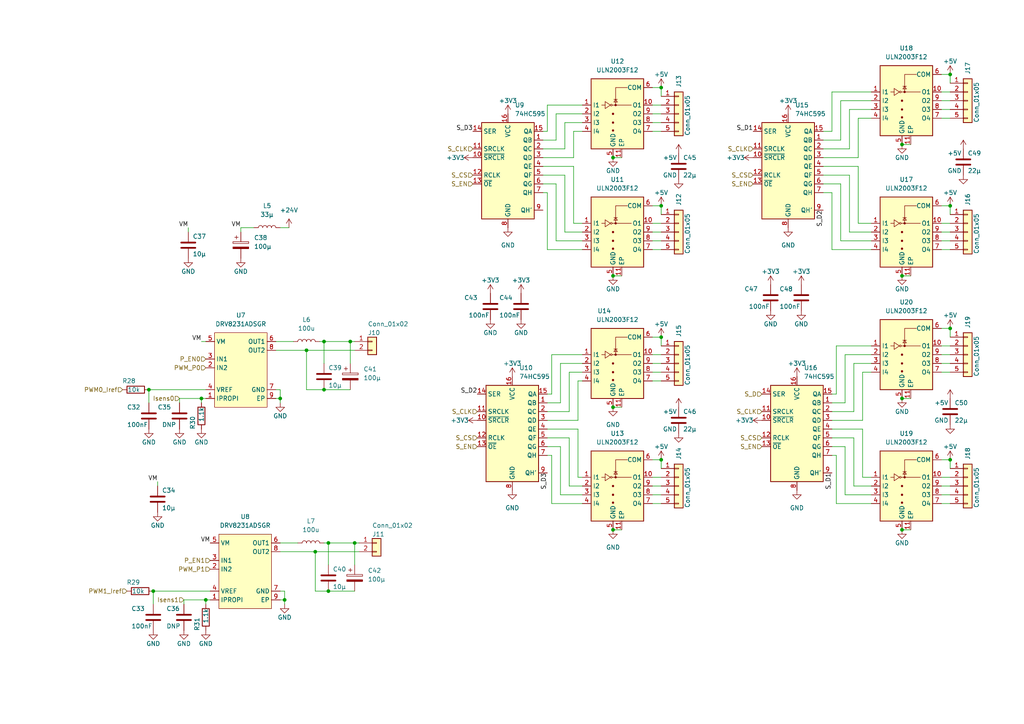
<source format=kicad_sch>
(kicad_sch (version 20211123) (generator eeschema)
  (paper "A4")
  (lib_symbols
    (symbol "74xx:74HC595"
      (property "Reference" "U" (at -7.62 13.97 0))
      (property "Value" "74HC595" (at -7.62 -16.51 0))
      (symbol "74HC595_1_0"
        (pin tri_state line (at 10.16 7.62 180) (length 2.54) (name "QB") (number "1"))
        (pin input line (at -10.16 2.54 0) (length 2.54) (name "~{SRCLR}") (number "10"))
        (pin input line (at -10.16 5.08 0) (length 2.54) (name "SRCLK") (number "11"))
        (pin input line (at -10.16 -2.54 0) (length 2.54) (name "RCLK") (number "12"))
        (pin input line (at -10.16 -5.08 0) (length 2.54) (name "~{OE}") (number "13"))
        (pin input line (at -10.16 10.16 0) (length 2.54) (name "SER") (number "14"))
        (pin tri_state line (at 10.16 10.16 180) (length 2.54) (name "QA") (number "15"))
        (pin power_in line (at 0 15.24 270) (length 2.54) (name "VCC") (number "16"))
        (pin tri_state line (at 10.16 5.08 180) (length 2.54) (name "QC") (number "2"))
        (pin tri_state line (at 10.16 2.54 180) (length 2.54) (name "QD") (number "3"))
        (pin tri_state line (at 10.16 0 180) (length 2.54) (name "QE") (number "4"))
        (pin tri_state line (at 10.16 -2.54 180) (length 2.54) (name "QF") (number "5"))
        (pin tri_state line (at 10.16 -5.08 180) (length 2.54) (name "QG") (number "6"))
        (pin tri_state line (at 10.16 -7.62 180) (length 2.54) (name "QH") (number "7"))
        (pin power_in line (at 0 -17.78 90) (length 2.54) (name "GND") (number "8"))
        (pin output line (at 10.16 -12.7 180) (length 2.54) (name "QH'") (number "9"))
      )
      (symbol "74HC595_1_1"
        (rectangle (start -7.62 12.7) (end 7.62 -15.24) (stroke (width 0.254)) (fill (type background)))
      )
    )
    (symbol "Bergi:DRV8231ADSGR"
      (property "Reference" "U" (at -6.35 3.81 0))
      (property "Value" "DRV8231ADSGR" (at 0 -20.32 0))
      (symbol "DRV8231ADSGR_0_1"
        (rectangle (start -7.62 2.54) (end 7.62 -19.05) (fill (type background)))
      )
      (symbol "DRV8231ADSGR_1_1"
        (pin unspecified line (at -10.16 -16.51 0) (length 2.54) (name "IPROPI") (number "1"))
        (pin unspecified line (at -10.16 -7.62 0) (length 2.54) (name "IN2") (number "2"))
        (pin unspecified line (at -10.16 -5.08 0) (length 2.54) (name "IN1") (number "3"))
        (pin unspecified line (at -10.16 -13.97 0) (length 2.54) (name "VREF") (number "4"))
        (pin unspecified line (at -10.16 0 0) (length 2.54) (name "VM") (number "5"))
        (pin unspecified line (at 10.16 0 180) (length 2.54) (name "OUT1") (number "6"))
        (pin unspecified line (at 10.16 -13.97 180) (length 2.54) (name "GND") (number "7"))
        (pin unspecified line (at 10.16 -2.54 180) (length 2.54) (name "OUT2") (number "8"))
        (pin unspecified line (at 10.16 -16.51 180) (length 2.54) (name "EP") (number "9"))
      )
    )
    (symbol "Bergi:ULN2003F12"
      (property "Reference" "U" (at -5.08 8.89 0))
      (property "Value" "ULN2003F12" (at 0 11.43 0))
      (symbol "ULN2003F12_0_1"
        (rectangle (start -6.35 7.62) (end 8.89 -12.7) (stroke (width 0.254)) (fill (type background)))
        (circle (center -0.508 0) (radius 0.254))
        (circle (center 0 -7.366) (radius 0.254) (fill (type outline)))
        (circle (center 0 -5.08) (radius 0.254) (fill (type outline)))
        (circle (center 0 -2.54) (radius 0.254) (fill (type outline)))
        (polyline (pts (xy -3.302 0) (xy -2.286 0)))
        (polyline (pts (xy -0.254 0) (xy 5.334 0)))
        (polyline (pts (xy 1.27 1.651) (xy 0.254 1.651)))
        (polyline (pts (xy 0.762 0) (xy 0.762 5.08) (xy 4.191 5.08)))
        (polyline (pts (xy -2.286 1.016) (xy -2.286 -1.016) (xy -0.762 0) (xy -2.286 1.016)))
        (polyline (pts (xy 1.27 0.889) (xy 0.254 0.889) (xy 0.762 1.651) (xy 1.27 0.889)))
        (circle (center 0.762 0) (radius 0.254) (fill (type outline)))
      )
      (symbol "ULN2003F12_1_1"
        (pin input line (at -8.89 0 0) (length 2.54) (name "I1") (number "1"))
        (pin open_collector line (at 11.43 0 180) (length 2.54) (name "O1") (number "10"))
        (pin power_in line (at 2.54 -15.24 90) (length 2.54) (name "EP") (number "11"))
        (pin input line (at -8.89 -2.54 0) (length 2.54) (name "I2") (number "2"))
        (pin input line (at -8.89 -5.08 0) (length 2.54) (name "I3") (number "3"))
        (pin input line (at -8.89 -7.62 0) (length 2.54) (name "I4") (number "4"))
        (pin power_in line (at 0 -15.24 90) (length 2.54) (name "GND") (number "5"))
        (pin passive line (at 11.43 5.08 180) (length 2.54) (name "COM") (number "6"))
        (pin open_collector line (at 11.43 -7.62 180) (length 2.54) (name "O4") (number "7"))
        (pin open_collector line (at 11.43 -5.08 180) (length 2.54) (name "O3") (number "8"))
        (pin open_collector line (at 11.43 -2.54 180) (length 2.54) (name "O2") (number "9"))
      )
    )
    (symbol "Connector_Generic:Conn_01x02" (pin_names (offset 1.016) hide)
      (property "Reference" "J" (at 0 2.54 0))
      (property "Value" "Conn_01x02" (at 0 -5.08 0))
      (symbol "Conn_01x02_1_1"
        (rectangle (start -1.27 -2.413) (end 0 -2.667) (stroke (width 0.1524)))
        (rectangle (start -1.27 0.127) (end 0 -0.127) (stroke (width 0.1524)))
        (rectangle (start -1.27 1.27) (end 1.27 -3.81) (stroke (width 0.254)) (fill (type background)))
        (pin passive line (at -5.08 0 0) (length 3.81) (name "Pin_1") (number "1"))
        (pin passive line (at -5.08 -2.54 0) (length 3.81) (name "Pin_2") (number "2"))
      )
    )
    (symbol "Connector_Generic:Conn_01x05" (pin_names (offset 1.016) hide)
      (property "Reference" "J" (at 0 7.62 0))
      (property "Value" "Conn_01x05" (at 0 -7.62 0))
      (symbol "Conn_01x05_1_1"
        (rectangle (start -1.27 -4.953) (end 0 -5.207) (stroke (width 0.1524)))
        (rectangle (start -1.27 -2.413) (end 0 -2.667) (stroke (width 0.1524)))
        (rectangle (start -1.27 0.127) (end 0 -0.127) (stroke (width 0.1524)))
        (rectangle (start -1.27 2.667) (end 0 2.413) (stroke (width 0.1524)))
        (rectangle (start -1.27 5.207) (end 0 4.953) (stroke (width 0.1524)))
        (rectangle (start -1.27 6.35) (end 1.27 -6.35) (stroke (width 0.254)) (fill (type background)))
        (pin passive line (at -5.08 5.08 0) (length 3.81) (name "Pin_1") (number "1"))
        (pin passive line (at -5.08 2.54 0) (length 3.81) (name "Pin_2") (number "2"))
        (pin passive line (at -5.08 0 0) (length 3.81) (name "Pin_3") (number "3"))
        (pin passive line (at -5.08 -2.54 0) (length 3.81) (name "Pin_4") (number "4"))
        (pin passive line (at -5.08 -5.08 0) (length 3.81) (name "Pin_5") (number "5"))
      )
    )
    (symbol "Device:C" (pin_numbers hide) (pin_names (offset 0.254))
      (property "Reference" "C" (at 0.635 2.54 0))
      (property "Value" "C" (at 0.635 -2.54 0))
      (symbol "C_0_1"
        (polyline (pts (xy -2.032 -0.762) (xy 2.032 -0.762)) (stroke (width 0.508)))
        (polyline (pts (xy -2.032 0.762) (xy 2.032 0.762)) (stroke (width 0.508)))
      )
      (symbol "C_1_1"
        (pin passive line (at 0 3.81 270) (length 2.794) (name "~") (number "1"))
        (pin passive line (at 0 -3.81 90) (length 2.794) (name "~") (number "2"))
      )
    )
    (symbol "Device:C_Polarized" (pin_numbers hide) (pin_names (offset 0.254))
      (property "Reference" "C" (at 0.635 2.54 0))
      (property "Value" "C_Polarized" (at 0.635 -2.54 0))
      (symbol "C_Polarized_0_1"
        (rectangle (start -2.286 0.508) (end 2.286 1.016))
        (polyline (pts (xy -1.778 2.286) (xy -0.762 2.286)))
        (polyline (pts (xy -1.27 2.794) (xy -1.27 1.778)))
        (rectangle (start 2.286 -0.508) (end -2.286 -1.016) (fill (type outline)))
      )
      (symbol "C_Polarized_1_1"
        (pin passive line (at 0 3.81 270) (length 2.794) (name "~") (number "1"))
        (pin passive line (at 0 -3.81 90) (length 2.794) (name "~") (number "2"))
      )
    )
    (symbol "Device:L" (pin_numbers hide) (pin_names (offset 1.016) hide)
      (property "Reference" "L" (at -1.27 0 90))
      (property "Value" "L" (at 1.905 0 90))
      (symbol "L_0_1"
        (arc (start 0 -2.54) (mid 0.635 -1.905) (end 0 -1.27))
        (arc (start 0 -1.27) (mid 0.635 -0.635) (end 0 0))
        (arc (start 0 0) (mid 0.635 0.635) (end 0 1.27))
        (arc (start 0 1.27) (mid 0.635 1.905) (end 0 2.54))
      )
      (symbol "L_1_1"
        (pin passive line (at 0 3.81 270) (length 1.27) (name "1") (number "1"))
        (pin passive line (at 0 -3.81 90) (length 1.27) (name "2") (number "2"))
      )
    )
    (symbol "Device:R" (pin_numbers hide) (pin_names (offset 0))
      (property "Reference" "R" (at 2.032 0 90))
      (property "Value" "R" (at 0 0 90))
      (symbol "R_0_1"
        (rectangle (start -1.016 -2.54) (end 1.016 2.54) (stroke (width 0.254)))
      )
      (symbol "R_1_1"
        (pin passive line (at 0 3.81 270) (length 1.27) (name "~") (number "1"))
        (pin passive line (at 0 -3.81 90) (length 1.27) (name "~") (number "2"))
      )
    )
    (symbol "power:+24V" (power) (pin_names (offset 0))
      (property "Value" "+24V" (at 0 3.556 0))
      (symbol "+24V_0_1"
        (polyline (pts (xy -0.762 1.27) (xy 0 2.54)))
        (polyline (pts (xy 0 0) (xy 0 2.54)))
        (polyline (pts (xy 0 2.54) (xy 0.762 1.27)))
      )
      (symbol "+24V_1_1"
        (pin power_in line (at 0 0 90) (length 0) hide (name "+24V") (number "1"))
      )
    )
    (symbol "power:+3V3" (power) (pin_names (offset 0))
      (property "Value" "+3V3" (at 0 3.556 0))
      (symbol "+3V3_0_1"
        (polyline (pts (xy -0.762 1.27) (xy 0 2.54)))
        (polyline (pts (xy 0 0) (xy 0 2.54)))
        (polyline (pts (xy 0 2.54) (xy 0.762 1.27)))
      )
      (symbol "+3V3_1_1"
        (pin power_in line (at 0 0 90) (length 0) hide (name "+3V3") (number "1"))
      )
    )
    (symbol "power:+5V" (power) (pin_names (offset 0))
      (property "Value" "+5V" (at 0 3.556 0))
      (symbol "+5V_0_1"
        (polyline (pts (xy -0.762 1.27) (xy 0 2.54)))
        (polyline (pts (xy 0 0) (xy 0 2.54)))
        (polyline (pts (xy 0 2.54) (xy 0.762 1.27)))
      )
      (symbol "+5V_1_1"
        (pin power_in line (at 0 0 90) (length 0) hide (name "+5V") (number "1"))
      )
    )
    (symbol "power:GND" (power) (pin_names (offset 0))
      (property "Value" "GND" (at 0 -3.81 0))
      (symbol "GND_0_1"
        (polyline (pts (xy 0 0) (xy 0 -1.27) (xy 1.27 -1.27) (xy 0 -2.54) (xy -1.27 -1.27) (xy 0 -1.27)))
      )
      (symbol "GND_1_1"
        (pin power_in line (at 0 0 270) (length 0) hide (name "GND") (number "1"))
      )
    )
  )
  (junction (at 93.98 113.03))
  (junction (at 261.62 80.01))
  (junction (at 191.77 97.79))
  (junction (at 275.59 133.35))
  (junction (at 95.25 171.45))
  (junction (at 261.62 153.67))
  (junction (at 275.59 59.69))
  (junction (at 88.9 101.6))
  (junction (at 177.8 153.67))
  (junction (at 101.6 99.06))
  (junction (at 177.8 45.72))
  (junction (at 43.18 113.03))
  (junction (at 261.62 115.57))
  (junction (at 58.42 115.57))
  (junction (at 44.45 171.45))
  (junction (at 82.55 173.99))
  (junction (at 59.69 173.99))
  (junction (at 102.87 157.48))
  (junction (at 275.59 95.25))
  (junction (at 177.8 80.01))
  (junction (at 177.8 118.11))
  (junction (at 191.77 59.69))
  (junction (at 81.28 115.57))
  (junction (at 93.98 99.06))
  (junction (at 95.25 157.48))
  (junction (at 91.44 160.02))
  (junction (at 191.77 25.4))
  (junction (at 261.62 41.91))
  (junction (at 191.77 133.35))
  (junction (at 275.59 21.59))
  (wire (pts (xy 275.59 97.79) (xy 275.59 95.25)))
  (wire (pts (xy 275.59 133.35) (xy 273.05 133.35)))
  (wire (pts (xy 59.69 175.26) (xy 59.69 173.99)))
  (wire (pts (xy 275.59 95.25) (xy 273.05 95.25)))
  (wire (pts (xy 273.05 31.75) (xy 275.59 31.75)))
  (wire (pts (xy 238.76 38.1) (xy 241.3 38.1)))
  (wire (pts (xy 102.87 157.48) (xy 104.14 157.48)))
  (wire (pts (xy 158.75 72.39) (xy 158.75 55.88)))
  (wire (pts (xy 58.42 99.06) (xy 59.69 99.06)))
  (wire (pts (xy 191.77 27.94) (xy 191.77 25.4)))
  (wire (pts (xy 191.77 100.33) (xy 191.77 97.79)))
  (wire (pts (xy 81.28 171.45) (xy 82.55 171.45)))
  (wire (pts (xy 245.11 143.51) (xy 245.11 129.54)))
  (wire (pts (xy 165.1 107.95) (xy 168.91 107.95)))
  (wire (pts (xy 273.05 67.31) (xy 275.59 67.31)))
  (wire (pts (xy 242.57 100.33) (xy 252.73 100.33)))
  (wire (pts (xy 168.91 146.05) (xy 160.02 146.05)))
  (wire (pts (xy 241.3 119.38) (xy 247.65 119.38)))
  (wire (pts (xy 168.91 143.51) (xy 162.56 143.51)))
  (wire (pts (xy 189.23 30.48) (xy 191.77 30.48)))
  (wire (pts (xy 165.1 140.97) (xy 165.1 127)))
  (wire (pts (xy 166.37 64.77) (xy 168.91 64.77)))
  (wire (pts (xy 273.05 138.43) (xy 275.59 138.43)))
  (wire (pts (xy 163.83 50.8) (xy 157.48 50.8)))
  (wire (pts (xy 166.37 48.26) (xy 166.37 64.77)))
  (wire (pts (xy 162.56 129.54) (xy 158.75 129.54)))
  (wire (pts (xy 161.29 53.34) (xy 157.48 53.34)))
  (wire (pts (xy 168.91 69.85) (xy 161.29 69.85)))
  (wire (pts (xy 82.55 175.26) (xy 82.55 173.99)))
  (wire (pts (xy 158.75 55.88) (xy 157.48 55.88)))
  (wire (pts (xy 167.64 110.49) (xy 167.64 121.92)))
  (wire (pts (xy 245.11 129.54) (xy 241.3 129.54)))
  (wire (pts (xy 191.77 62.23) (xy 191.77 59.69)))
  (wire (pts (xy 161.29 40.64) (xy 157.48 40.64)))
  (wire (pts (xy 261.62 115.57) (xy 264.16 115.57)))
  (wire (pts (xy 189.23 107.95) (xy 191.77 107.95)))
  (wire (pts (xy 189.23 110.49) (xy 191.77 110.49)))
  (wire (pts (xy 93.98 99.06) (xy 101.6 99.06)))
  (wire (pts (xy 238.76 40.64) (xy 243.84 40.64)))
  (wire (pts (xy 191.77 97.79) (xy 189.23 97.79)))
  (wire (pts (xy 189.23 138.43) (xy 191.77 138.43)))
  (wire (pts (xy 82.55 171.45) (xy 82.55 173.99)))
  (wire (pts (xy 161.29 33.02) (xy 161.29 40.64)))
  (wire (pts (xy 168.91 67.31) (xy 163.83 67.31)))
  (wire (pts (xy 189.23 105.41) (xy 191.77 105.41)))
  (wire (pts (xy 245.11 102.87) (xy 252.73 102.87)))
  (wire (pts (xy 252.73 143.51) (xy 245.11 143.51)))
  (wire (pts (xy 241.3 116.84) (xy 245.11 116.84)))
  (wire (pts (xy 81.28 115.57) (xy 80.01 115.57)))
  (wire (pts (xy 250.19 107.95) (xy 252.73 107.95)))
  (wire (pts (xy 166.37 38.1) (xy 166.37 45.72)))
  (wire (pts (xy 80.01 99.06) (xy 85.09 99.06)))
  (wire (pts (xy 45.72 139.7) (xy 45.72 140.97)))
  (wire (pts (xy 102.87 163.83) (xy 102.87 157.48)))
  (wire (pts (xy 177.8 45.72) (xy 180.34 45.72)))
  (wire (pts (xy 261.62 153.67) (xy 264.16 153.67)))
  (wire (pts (xy 243.84 40.64) (xy 243.84 29.21)))
  (wire (pts (xy 243.84 53.34) (xy 238.76 53.34)))
  (wire (pts (xy 166.37 45.72) (xy 157.48 45.72)))
  (wire (pts (xy 168.91 33.02) (xy 161.29 33.02)))
  (wire (pts (xy 88.9 101.6) (xy 80.01 101.6)))
  (wire (pts (xy 247.65 140.97) (xy 247.65 127)))
  (wire (pts (xy 177.8 80.01) (xy 180.34 80.01)))
  (wire (pts (xy 157.48 48.26) (xy 166.37 48.26)))
  (wire (pts (xy 81.28 113.03) (xy 81.28 115.57)))
  (wire (pts (xy 189.23 146.05) (xy 191.77 146.05)))
  (wire (pts (xy 162.56 105.41) (xy 162.56 116.84)))
  (wire (pts (xy 161.29 69.85) (xy 161.29 53.34)))
  (wire (pts (xy 248.92 48.26) (xy 238.76 48.26)))
  (wire (pts (xy 242.57 132.08) (xy 242.57 146.05)))
  (wire (pts (xy 93.98 113.03) (xy 88.9 113.03)))
  (wire (pts (xy 80.01 113.03) (xy 81.28 113.03)))
  (wire (pts (xy 81.28 66.04) (xy 83.82 66.04)))
  (wire (pts (xy 163.83 35.56) (xy 163.83 43.18)))
  (wire (pts (xy 168.91 110.49) (xy 167.64 110.49)))
  (wire (pts (xy 189.23 33.02) (xy 191.77 33.02)))
  (wire (pts (xy 168.91 140.97) (xy 165.1 140.97)))
  (wire (pts (xy 238.76 43.18) (xy 246.38 43.18)))
  (wire (pts (xy 160.02 102.87) (xy 168.91 102.87)))
  (wire (pts (xy 177.8 118.11) (xy 180.34 118.11)))
  (wire (pts (xy 95.25 171.45) (xy 91.44 171.45)))
  (wire (pts (xy 58.42 115.57) (xy 59.69 115.57)))
  (wire (pts (xy 189.23 67.31) (xy 191.77 67.31)))
  (wire (pts (xy 250.19 121.92) (xy 250.19 107.95)))
  (wire (pts (xy 189.23 72.39) (xy 191.77 72.39)))
  (wire (pts (xy 95.25 171.45) (xy 102.87 171.45)))
  (wire (pts (xy 241.3 55.88) (xy 238.76 55.88)))
  (wire (pts (xy 248.92 34.29) (xy 252.73 34.29)))
  (wire (pts (xy 189.23 38.1) (xy 191.77 38.1)))
  (wire (pts (xy 273.05 100.33) (xy 275.59 100.33)))
  (wire (pts (xy 246.38 67.31) (xy 246.38 50.8)))
  (wire (pts (xy 273.05 146.05) (xy 275.59 146.05)))
  (wire (pts (xy 273.05 64.77) (xy 275.59 64.77)))
  (wire (pts (xy 241.3 72.39) (xy 241.3 55.88)))
  (wire (pts (xy 252.73 140.97) (xy 247.65 140.97)))
  (wire (pts (xy 81.28 160.02) (xy 91.44 160.02)))
  (wire (pts (xy 168.91 38.1) (xy 166.37 38.1)))
  (wire (pts (xy 273.05 140.97) (xy 275.59 140.97)))
  (wire (pts (xy 91.44 171.45) (xy 91.44 160.02)))
  (wire (pts (xy 95.25 157.48) (xy 93.98 157.48)))
  (wire (pts (xy 73.66 66.04) (xy 69.85 66.04)))
  (wire (pts (xy 81.28 116.84) (xy 81.28 115.57)))
  (wire (pts (xy 273.05 29.21) (xy 275.59 29.21)))
  (wire (pts (xy 102.87 101.6) (xy 88.9 101.6)))
  (wire (pts (xy 261.62 41.91) (xy 264.16 41.91)))
  (wire (pts (xy 252.73 138.43) (xy 250.19 138.43)))
  (wire (pts (xy 250.19 124.46) (xy 241.3 124.46)))
  (wire (pts (xy 241.3 132.08) (xy 242.57 132.08)))
  (wire (pts (xy 101.6 113.03) (xy 93.98 113.03)))
  (wire (pts (xy 95.25 163.83) (xy 95.25 157.48)))
  (wire (pts (xy 177.8 153.67) (xy 180.34 153.67)))
  (wire (pts (xy 93.98 105.41) (xy 93.98 99.06)))
  (wire (pts (xy 246.38 50.8) (xy 238.76 50.8)))
  (wire (pts (xy 238.76 45.72) (xy 248.92 45.72)))
  (wire (pts (xy 168.91 72.39) (xy 158.75 72.39)))
  (wire (pts (xy 81.28 157.48) (xy 86.36 157.48)))
  (wire (pts (xy 95.25 157.48) (xy 102.87 157.48)))
  (wire (pts (xy 191.77 133.35) (xy 189.23 133.35)))
  (wire (pts (xy 44.45 175.26) (xy 44.45 171.45)))
  (wire (pts (xy 165.1 127) (xy 158.75 127)))
  (wire (pts (xy 189.23 102.87) (xy 191.77 102.87)))
  (wire (pts (xy 157.48 38.1) (xy 158.75 38.1)))
  (wire (pts (xy 273.05 69.85) (xy 275.59 69.85)))
  (wire (pts (xy 162.56 116.84) (xy 158.75 116.84)))
  (wire (pts (xy 53.34 173.99) (xy 59.69 173.99)))
  (wire (pts (xy 167.64 121.92) (xy 158.75 121.92)))
  (wire (pts (xy 248.92 64.77) (xy 248.92 48.26)))
  (wire (pts (xy 246.38 31.75) (xy 252.73 31.75)))
  (wire (pts (xy 273.05 72.39) (xy 275.59 72.39)))
  (wire (pts (xy 275.59 59.69) (xy 273.05 59.69)))
  (wire (pts (xy 273.05 105.41) (xy 275.59 105.41)))
  (wire (pts (xy 88.9 113.03) (xy 88.9 101.6)))
  (wire (pts (xy 158.75 30.48) (xy 168.91 30.48)))
  (wire (pts (xy 52.07 116.84) (xy 52.07 115.57)))
  (wire (pts (xy 58.42 116.84) (xy 58.42 115.57)))
  (wire (pts (xy 168.91 138.43) (xy 167.64 138.43)))
  (wire (pts (xy 53.34 175.26) (xy 53.34 173.99)))
  (wire (pts (xy 165.1 119.38) (xy 165.1 107.95)))
  (wire (pts (xy 273.05 34.29) (xy 275.59 34.29)))
  (wire (pts (xy 43.18 113.03) (xy 59.69 113.03)))
  (wire (pts (xy 82.55 173.99) (xy 81.28 173.99)))
  (wire (pts (xy 191.77 135.89) (xy 191.77 133.35)))
  (wire (pts (xy 246.38 43.18) (xy 246.38 31.75)))
  (wire (pts (xy 275.59 135.89) (xy 275.59 133.35)))
  (wire (pts (xy 241.3 38.1) (xy 241.3 26.67)))
  (wire (pts (xy 59.69 173.99) (xy 60.96 173.99)))
  (wire (pts (xy 189.23 140.97) (xy 191.77 140.97)))
  (wire (pts (xy 189.23 64.77) (xy 191.77 64.77)))
  (wire (pts (xy 245.11 116.84) (xy 245.11 102.87)))
  (wire (pts (xy 252.73 67.31) (xy 246.38 67.31)))
  (wire (pts (xy 241.3 114.3) (xy 242.57 114.3)))
  (wire (pts (xy 191.77 25.4) (xy 189.23 25.4)))
  (wire (pts (xy 248.92 45.72) (xy 248.92 34.29)))
  (wire (pts (xy 167.64 124.46) (xy 158.75 124.46)))
  (wire (pts (xy 273.05 102.87) (xy 275.59 102.87)))
  (wire (pts (xy 191.77 59.69) (xy 189.23 59.69)))
  (wire (pts (xy 243.84 69.85) (xy 243.84 53.34)))
  (wire (pts (xy 158.75 119.38) (xy 165.1 119.38)))
  (wire (pts (xy 275.59 62.23) (xy 275.59 59.69)))
  (wire (pts (xy 43.18 113.03) (xy 43.18 116.84)))
  (wire (pts (xy 275.59 21.59) (xy 273.05 21.59)))
  (wire (pts (xy 162.56 143.51) (xy 162.56 129.54)))
  (wire (pts (xy 189.23 35.56) (xy 191.77 35.56)))
  (wire (pts (xy 44.45 171.45) (xy 60.96 171.45)))
  (wire (pts (xy 158.75 114.3) (xy 160.02 114.3)))
  (wire (pts (xy 275.59 24.13) (xy 275.59 21.59)))
  (wire (pts (xy 189.23 143.51) (xy 191.77 143.51)))
  (wire (pts (xy 163.83 67.31) (xy 163.83 50.8)))
  (wire (pts (xy 91.44 160.02) (xy 104.14 160.02)))
  (wire (pts (xy 52.07 115.57) (xy 58.42 115.57)))
  (wire (pts (xy 247.65 119.38) (xy 247.65 105.41)))
  (wire (pts (xy 252.73 64.77) (xy 248.92 64.77)))
  (wire (pts (xy 160.02 114.3) (xy 160.02 102.87)))
  (wire (pts (xy 160.02 132.08) (xy 158.75 132.08)))
  (wire (pts (xy 189.23 69.85) (xy 191.77 69.85)))
  (wire (pts (xy 101.6 99.06) (xy 102.87 99.06)))
  (wire (pts (xy 242.57 114.3) (xy 242.57 100.33)))
  (wire (pts (xy 168.91 35.56) (xy 163.83 35.56)))
  (wire (pts (xy 158.75 38.1) (xy 158.75 30.48)))
  (wire (pts (xy 54.61 66.04) (xy 54.61 67.31)))
  (wire (pts (xy 93.98 99.06) (xy 92.71 99.06)))
  (wire (pts (xy 250.19 138.43) (xy 250.19 124.46)))
  (wire (pts (xy 160.02 146.05) (xy 160.02 132.08)))
  (wire (pts (xy 261.62 80.01) (xy 264.16 80.01)))
  (wire (pts (xy 252.73 69.85) (xy 243.84 69.85)))
  (wire (pts (xy 247.65 105.41) (xy 252.73 105.41)))
  (wire (pts (xy 69.85 66.04) (xy 69.85 67.31)))
  (wire (pts (xy 247.65 127) (xy 241.3 127)))
  (wire (pts (xy 241.3 121.92) (xy 250.19 121.92)))
  (wire (pts (xy 163.83 43.18) (xy 157.48 43.18)))
  (wire (pts (xy 243.84 29.21) (xy 252.73 29.21)))
  (wire (pts (xy 241.3 26.67) (xy 252.73 26.67)))
  (wire (pts (xy 273.05 107.95) (xy 275.59 107.95)))
  (wire (pts (xy 168.91 105.41) (xy 162.56 105.41)))
  (wire (pts (xy 273.05 143.51) (xy 275.59 143.51)))
  (wire (pts (xy 242.57 146.05) (xy 252.73 146.05)))
  (wire (pts (xy 101.6 105.41) (xy 101.6 99.06)))
  (wire (pts (xy 252.73 72.39) (xy 241.3 72.39)))
  (wire (pts (xy 273.05 26.67) (xy 275.59 26.67)))
  (wire (pts (xy 167.64 138.43) (xy 167.64 124.46)))
  (label "VM" (at 54.61 66.04 180))
  (label "S_D3" (at 137.16 38.1 180))
  (label "VM" (at 60.96 157.48 180))
  (label "S_D1" (at 218.44 38.1 180))
  (label "S_D3" (at 158.75 137.16 270))
  (label "VM" (at 58.42 99.06 180))
  (label "S_D2" (at 238.76 60.96 270))
  (label "VM" (at 45.72 139.7 180))
  (label "S_D1" (at 241.3 137.16 270))
  (label "VM" (at 69.85 66.04 180))
  (label "S_D2" (at 138.43 114.3 180))
  (hierarchical_label "S_D" (shape input) (at 220.98 114.3 180))
  (hierarchical_label "S_CS" (shape input) (at 220.98 127 180))
  (hierarchical_label "P_EN0" (shape input) (at 59.69 104.14 180))
  (hierarchical_label "P_EN1" (shape input) (at 60.96 162.56 180))
  (hierarchical_label "S_EN" (shape input) (at 138.43 129.54 180))
  (hierarchical_label "S_CS" (shape input) (at 137.16 50.8 180))
  (hierarchical_label "S_CS" (shape input) (at 218.44 50.8 180))
  (hierarchical_label "S_CLK" (shape input) (at 137.16 43.18 180))
  (hierarchical_label "PWM_P0" (shape input) (at 59.69 106.68 180))
  (hierarchical_label "S_CLK" (shape input) (at 220.98 119.38 180))
  (hierarchical_label "S_CS" (shape input) (at 138.43 127 180))
  (hierarchical_label "S_CLK" (shape input) (at 218.44 43.18 180))
  (hierarchical_label "Isens1" (shape input) (at 53.34 173.99 180))
  (hierarchical_label "S_CLK" (shape input) (at 138.43 119.38 180))
  (hierarchical_label "S_EN" (shape input) (at 137.16 53.34 180))
  (hierarchical_label "S_EN" (shape input) (at 220.98 129.54 180))
  (hierarchical_label "PWM_P1" (shape input) (at 60.96 165.1 180))
  (hierarchical_label "Isens0" (shape input) (at 52.07 115.57 180))
  (hierarchical_label "PWM0_Iref" (shape input) (at 35.56 113.03 180))
  (hierarchical_label "PWM1_Iref" (shape input) (at 36.83 171.45 180))
  (hierarchical_label "S_EN" (shape input) (at 218.44 53.34 180))
  (symbol (lib_id "power:GND") (at 177.8 80.01 0) (unit 1)
    (property "Reference" "#PWR0201" (effects hide))
    (property "Value" "GND" (at 177.8 83.82 0))
  )
  (symbol (lib_id "Bergi:ULN2003F12") (at 261.62 138.43 0) (unit 1)
    (property "Reference" "U19" (at 262.89 125.73 0))
    (property "Value" "ULN2003F12" (at 262.89 128.27 0))
    (property "Footprint" "Package_DFN_QFN:DFN-10-1EP_3x3mm_P0.5mm_EP1.7x2.5mm" (effects hide))
  )
  (symbol (lib_id "Device:C") (at 275.59 119.38 180) (unit 1)
    (property "Reference" "C50" (at 276.86 116.84 0) (effects (justify right)))
    (property "Value" "22µ" (at 276.86 121.92 0) (effects (justify right)))
    (property "Footprint" "Capacitor_SMD:C_1206_3216Metric" (effects hide))
  )
  (symbol (lib_id "Connector_Generic:Conn_01x05") (at 280.67 140.97 0) (unit 1)
    (property "Reference" "J18" (at 280.67 133.35 90) (effects (justify left)))
    (property "Value" "Conn_01x05" (at 283.21 147.32 90) (effects (justify left)))
    (property "Footprint" "Connector_JST:JST_EH_B5B-EH-A_1x05_P2.50mm_Vertical" (effects hide))
  )
  (symbol (lib_id "Bergi:ULN2003F12") (at 177.8 30.48 0) (unit 1)
    (property "Reference" "U12" (at 179.07 17.78 0))
    (property "Value" "ULN2003F12" (at 179.07 20.32 0))
    (property "Footprint" "Package_DFN_QFN:DFN-10-1EP_3x3mm_P0.5mm_EP1.7x2.5mm" (effects hide))
  )
  (symbol (lib_id "Connector_Generic:Conn_01x05") (at 280.67 67.31 0) (unit 1)
    (property "Reference" "J16" (at 280.67 59.69 90) (effects (justify left)))
    (property "Value" "Conn_01x05" (at 283.21 73.66 90) (effects (justify left)))
    (property "Footprint" "Connector_JST:JST_EH_B5B-EH-A_1x05_P2.50mm_Vertical" (effects hide))
  )
  (symbol (lib_id "power:GND") (at 261.62 115.57 0) (unit 1)
    (property "Reference" "#PWR0210" (effects hide))
    (property "Value" "GND" (at 261.62 119.38 0))
  )
  (symbol (lib_id "power:+3V3") (at 148.59 109.22 0) (unit 1)
    (property "Reference" "#PWR0221" (effects hide))
    (property "Value" "+3V3" (at 148.59 105.41 0))
  )
  (symbol (lib_id "power:GND") (at 147.32 66.04 0) (unit 1)
    (property "Reference" "#PWR0236" (effects hide))
    (property "Value" "GND" (at 147.32 71.12 0))
  )
  (symbol (lib_id "power:+3V3") (at 147.32 33.02 0) (unit 1)
    (property "Reference" "#PWR0237" (effects hide))
    (property "Value" "+3V3" (at 147.32 29.21 0))
  )
  (symbol (lib_id "power:+5V") (at 191.77 59.69 0) (unit 1)
    (property "Reference" "#PWR0199" (effects hide))
    (property "Value" "+5V" (at 191.77 55.88 0))
  )
  (symbol (lib_id "power:+5V") (at 275.59 21.59 0) (unit 1)
    (property "Reference" "#PWR0219" (effects hide))
    (property "Value" "+5V" (at 275.59 17.78 0))
  )
  (symbol (lib_id "Device:C") (at 45.72 144.78 180) (unit 1)
    (property "Reference" "C34" (at 46.99 142.24 0) (effects (justify right)))
    (property "Value" "10µ" (at 46.99 147.32 0) (effects (justify right)))
    (property "Footprint" "Capacitor_SMD:C_1210_3225Metric" (effects hide))
  )
  (symbol (lib_id "Bergi:ULN2003F12") (at 261.62 26.67 0) (unit 1)
    (property "Reference" "U18" (at 262.89 13.97 0))
    (property "Value" "ULN2003F12" (at 262.89 16.51 0))
    (property "Footprint" "Package_DFN_QFN:DFN-10-1EP_3x3mm_P0.5mm_EP1.7x2.5mm" (effects hide))
  )
  (symbol (lib_id "power:GND") (at 261.62 41.91 0) (unit 1)
    (property "Reference" "#PWR0216" (effects hide))
    (property "Value" "GND" (at 261.62 45.72 0))
  )
  (symbol (lib_id "Device:C") (at 44.45 179.07 0) (unit 1)
    (property "Reference" "C33" (at 38.1 176.53 0) (effects (justify left)))
    (property "Value" "100nF" (at 38.1 181.61 0) (effects (justify left)))
    (property "Footprint" "Capacitor_SMD:C_0603_1608Metric" (effects hide))
  )
  (symbol (lib_id "power:GND") (at 59.69 182.88 0) (unit 1)
    (property "Reference" "#PWR0240" (effects hide))
    (property "Value" "GND" (at 59.69 186.69 0))
  )
  (symbol (lib_id "power:GND") (at 279.4 50.8 0) (unit 1)
    (property "Reference" "#PWR0218" (effects hide))
    (property "Value" "GND" (at 276.86 49.53 0))
  )
  (symbol (lib_id "74xx:74HC595") (at 147.32 48.26 0) (unit 1)
    (property "Reference" "U9" (at 149.3394 30.48 0) (effects (justify left)))
    (property "Value" "74HC595" (at 149.3394 33.02 0) (effects (justify left)))
    (property "Footprint" "Package_SO:TSSOP-16_4.4x5mm_P0.65mm" (effects hide))
    (property "Datasheet" "http://www.ti.com/lit/ds/symlink/sn74hc595.pdf" (effects hide))
  )
  (symbol (lib_id "Device:C") (at 52.07 120.65 0) (unit 1)
    (property "Reference" "C35" (at 45.72 118.11 0) (effects (justify left)))
    (property "Value" "DNP" (at 46.99 123.19 0) (effects (justify left)))
    (property "Footprint" "Capacitor_SMD:C_0603_1608Metric" (effects hide))
  )
  (symbol (lib_id "Connector_Generic:Conn_01x05") (at 196.85 67.31 0) (unit 1)
    (property "Reference" "J12" (at 196.85 59.69 90) (effects (justify left)))
    (property "Value" "Conn_01x05" (at 199.39 73.66 90) (effects (justify left)))
    (property "Footprint" "Connector_JST:JST_EH_B5B-EH-A_1x05_P2.50mm_Vertical" (effects hide))
  )
  (symbol (lib_id "power:+3V3") (at 231.14 109.22 0) (unit 1)
    (property "Reference" "#PWR0188" (effects hide))
    (property "Value" "+3V3" (at 231.14 105.41 0))
  )
  (symbol (lib_id "Device:C") (at 142.24 88.9 0) (unit 1)
    (property "Reference" "C43" (at 134.62 86.36 0) (effects (justify left)))
    (property "Value" "100nF" (at 135.89 91.44 0) (effects (justify left)))
    (property "Footprint" "Capacitor_SMD:C_0603_1608Metric" (effects hide))
  )
  (symbol (lib_id "74xx:74HC595") (at 148.59 124.46 0) (unit 1)
    (property "Reference" "U10" (at 150.6094 106.68 0) (effects (justify left)))
    (property "Value" "74HC595" (at 150.6094 109.22 0) (effects (justify left)))
    (property "Footprint" "Package_SO:TSSOP-16_4.4x5mm_P0.65mm" (effects hide))
    (property "Datasheet" "http://www.ti.com/lit/ds/symlink/sn74hc595.pdf" (effects hide))
  )
  (symbol (lib_id "power:+3V3") (at 151.13 85.09 0) (unit 1)
    (property "Reference" "#PWR0226" (effects hide))
    (property "Value" "+3V3" (at 151.13 81.28 0))
  )
  (symbol (lib_id "power:GND") (at 232.41 90.17 0) (unit 1)
    (property "Reference" "#PWR0213" (effects hide))
    (property "Value" "GND" (at 232.41 93.98 0))
  )
  (symbol (lib_id "power:+3V3") (at 137.16 45.72 90) (unit 1)
    (property "Reference" "#PWR0238" (effects hide))
    (property "Value" "+3V3" (at 132.08 45.72 90))
  )
  (symbol (lib_id "power:GND") (at 53.34 182.88 0) (unit 1)
    (property "Reference" "#PWR0239" (effects hide))
    (property "Value" "GND" (at 53.34 186.69 0))
  )
  (symbol (lib_id "Device:C") (at 95.25 167.64 180) (unit 1)
    (property "Reference" "C40" (at 96.52 165.1 0) (effects (justify right)))
    (property "Value" "10µ" (at 96.52 170.18 0) (effects (justify right)))
    (property "Footprint" "Capacitor_SMD:C_1210_3225Metric" (effects hide))
  )
  (symbol (lib_id "power:+3V3") (at 218.44 45.72 90) (unit 1)
    (property "Reference" "#PWR0195" (effects hide))
    (property "Value" "+3V3" (at 213.36 45.72 90))
  )
  (symbol (lib_id "power:GND") (at 54.61 74.93 0) (unit 1)
    (property "Reference" "#PWR0235" (effects hide))
    (property "Value" "GND" (at 54.61 78.74 0))
  )
  (symbol (lib_id "Connector_Generic:Conn_01x05") (at 196.85 105.41 0) (unit 1)
    (property "Reference" "J15" (at 196.85 97.79 90) (effects (justify left)))
    (property "Value" "Conn_01x05" (at 199.39 111.76 90) (effects (justify left)))
    (property "Footprint" "Connector_JST:JST_EH_B5B-EH-A_1x05_P2.50mm_Vertical" (effects hide))
  )
  (symbol (lib_id "power:GND") (at 177.8 45.72 0) (unit 1)
    (property "Reference" "#PWR0202" (effects hide))
    (property "Value" "GND" (at 177.8 49.53 0))
  )
  (symbol (lib_id "power:GND") (at 177.8 153.67 0) (unit 1)
    (property "Reference" "#PWR0193" (effects hide))
    (property "Value" "GND" (at 177.8 158.75 0))
  )
  (symbol (lib_id "power:GND") (at 45.72 148.59 0) (unit 1)
    (property "Reference" "#PWR0242" (effects hide))
    (property "Value" "GND" (at 45.72 152.4 0))
  )
  (symbol (lib_id "Device:C_Polarized") (at 101.6 109.22 0) (unit 1)
    (property "Reference" "C41" (at 105.41 107.0609 0) (effects (justify left)))
    (property "Value" "100µ" (at 105.41 109.6009 0) (effects (justify left)))
    (property "Footprint" "Capacitor_THT:CP_Radial_D6.3mm_P2.50mm" (effects hide))
  )
  (symbol (lib_id "Device:C") (at 232.41 86.36 0) (unit 1)
    (property "Reference" "C48" (at 226.06 83.82 0) (effects (justify left)))
    (property "Value" "100nF" (at 226.06 88.9 0) (effects (justify left)))
    (property "Footprint" "Capacitor_SMD:C_0603_1608Metric" (effects hide))
  )
  (symbol (lib_id "Device:C") (at 54.61 71.12 180) (unit 1)
    (property "Reference" "C37" (at 55.88 68.58 0) (effects (justify right)))
    (property "Value" "10µ" (at 55.88 73.66 0) (effects (justify right)))
    (property "Footprint" "Capacitor_SMD:C_1210_3225Metric" (effects hide))
  )
  (symbol (lib_id "Connector_Generic:Conn_01x02") (at 109.22 157.48 0) (unit 1)
    (property "Reference" "J11" (at 107.95 154.94 0) (effects (justify left)))
    (property "Value" "Conn_01x02" (at 107.95 152.4 0) (effects (justify left)))
    (property "Footprint" "Connector_Molex:Molex_KK-254_AE-6410-02A_1x02_P2.54mm_Vertical" (effects hide))
  )
  (symbol (lib_id "power:GND") (at 43.18 124.46 0) (unit 1)
    (property "Reference" "#PWR0243" (effects hide))
    (property "Value" "GND" (at 43.18 128.27 0))
  )
  (symbol (lib_id "power:+5V") (at 191.77 133.35 0) (unit 1)
    (property "Reference" "#PWR0190" (effects hide))
    (property "Value" "+5V" (at 191.77 129.54 0))
  )
  (symbol (lib_id "power:+24V") (at 83.82 66.04 0) (unit 1)
    (property "Reference" "#PWR0232" (effects hide))
    (property "Value" "+24V" (at 83.82 60.96 0))
  )
  (symbol (lib_id "Bergi:DRV8231ADSGR") (at 69.85 99.06 0) (unit 1)
    (property "Reference" "U7" (at 69.85 91.44 0))
    (property "Value" "DRV8231ADSGR" (at 69.85 93.98 0))
    (property "Footprint" "Package_SON:WSON-8-1EP_2x2mm_P0.5mm_EP0.9x1.6mm" (effects hide))
  )
  (symbol (lib_id "Bergi:ULN2003F12") (at 261.62 100.33 0) (unit 1)
    (property "Reference" "U20" (at 262.89 87.63 0))
    (property "Value" "ULN2003F12" (at 262.89 90.17 0))
    (property "Footprint" "Package_DFN_QFN:DFN-10-1EP_3x3mm_P0.5mm_EP1.7x2.5mm" (effects hide))
  )
  (symbol (lib_id "power:GND") (at 52.07 124.46 0) (unit 1)
    (property "Reference" "#PWR0244" (effects hide))
    (property "Value" "GND" (at 52.07 128.27 0))
  )
  (symbol (lib_id "power:GND") (at 196.85 125.73 0) (unit 1)
    (property "Reference" "#PWR0191" (effects hide))
    (property "Value" "GND" (at 194.31 124.46 0))
  )
  (symbol (lib_id "Device:C") (at 279.4 46.99 180) (unit 1)
    (property "Reference" "C49" (at 280.67 44.45 0) (effects (justify right)))
    (property "Value" "22µ" (at 280.67 49.53 0) (effects (justify right)))
    (property "Footprint" "Capacitor_SMD:C_1206_3216Metric" (effects hide))
  )
  (symbol (lib_id "power:GND") (at 82.55 175.26 0) (unit 1)
    (property "Reference" "#PWR0229" (effects hide))
    (property "Value" "GND" (at 82.55 179.07 0))
  )
  (symbol (lib_id "Device:C") (at 93.98 109.22 180) (unit 1)
    (property "Reference" "C39" (at 95.25 106.68 0) (effects (justify right)))
    (property "Value" "10µ" (at 95.25 111.76 0) (effects (justify right)))
    (property "Footprint" "Capacitor_SMD:C_1210_3225Metric" (effects hide))
  )
  (symbol (lib_id "power:+5V") (at 196.85 44.45 0) (unit 1)
    (property "Reference" "#PWR0203" (effects hide))
    (property "Value" "+5V" (at 194.31 45.72 0))
  )
  (symbol (lib_id "Device:C") (at 223.52 86.36 0) (unit 1)
    (property "Reference" "C47" (at 215.9 83.82 0) (effects (justify left)))
    (property "Value" "100nF" (at 217.17 88.9 0) (effects (justify left)))
    (property "Footprint" "Capacitor_SMD:C_0603_1608Metric" (effects hide))
  )
  (symbol (lib_id "Bergi:ULN2003F12") (at 177.8 102.87 0) (unit 1)
    (property "Reference" "U14" (at 175.26 90.17 0))
    (property "Value" "ULN2003F12" (at 179.07 92.71 0))
    (property "Footprint" "Package_DFN_QFN:DFN-10-1EP_3x3mm_P0.5mm_EP1.7x2.5mm" (effects hide))
  )
  (symbol (lib_id "power:GND") (at 81.28 116.84 0) (unit 1)
    (property "Reference" "#PWR0234" (effects hide))
    (property "Value" "GND" (at 81.28 120.65 0))
  )
  (symbol (lib_id "power:+3V3") (at 223.52 82.55 0) (unit 1)
    (property "Reference" "#PWR0211" (effects hide))
    (property "Value" "+3V3" (at 223.52 78.74 0))
  )
  (symbol (lib_id "74xx:74HC595") (at 231.14 124.46 0) (unit 1)
    (property "Reference" "U16" (at 233.1594 106.68 0) (effects (justify left)))
    (property "Value" "74HC595" (at 233.1594 109.22 0) (effects (justify left)))
    (property "Footprint" "Package_SO:TSSOP-16_4.4x5mm_P0.65mm" (effects hide))
    (property "Datasheet" "http://www.ti.com/lit/ds/symlink/sn74hc595.pdf" (effects hide))
  )
  (symbol (lib_id "Bergi:DRV8231ADSGR") (at 71.12 157.48 0) (unit 1)
    (property "Reference" "U8" (at 71.12 149.86 0))
    (property "Value" "DRV8231ADSGR" (at 71.12 152.4 0))
    (property "Footprint" "Package_SON:WSON-8-1EP_2x2mm_P0.5mm_EP0.9x1.6mm" (effects hide))
  )
  (symbol (lib_id "Device:C") (at 196.85 121.92 180) (unit 1)
    (property "Reference" "C46" (at 198.12 119.38 0) (effects (justify right)))
    (property "Value" "22µ" (at 198.12 124.46 0) (effects (justify right)))
    (property "Footprint" "Capacitor_SMD:C_1206_3216Metric" (effects hide))
  )
  (symbol (lib_id "Connector_Generic:Conn_01x05") (at 196.85 33.02 0) (unit 1)
    (property "Reference" "J13" (at 196.85 25.4 90) (effects (justify left)))
    (property "Value" "Conn_01x05" (at 199.39 39.37 90) (effects (justify left)))
    (property "Footprint" "Connector_JST:JST_EH_B5B-EH-A_1x05_P2.50mm_Vertical" (effects hide))
  )
  (symbol (lib_id "Device:C_Polarized") (at 102.87 167.64 0) (unit 1)
    (property "Reference" "C42" (at 106.68 165.4809 0) (effects (justify left)))
    (property "Value" "100µ" (at 106.68 168.0209 0) (effects (justify left)))
    (property "Footprint" "Capacitor_THT:CP_Radial_D6.3mm_P2.50mm" (effects hide))
  )
  (symbol (lib_id "power:GND") (at 275.59 123.19 0) (unit 1)
    (property "Reference" "#PWR0205" (effects hide))
    (property "Value" "GND" (at 273.05 121.92 0))
  )
  (symbol (lib_id "power:+3V3") (at 142.24 85.09 0) (unit 1)
    (property "Reference" "#PWR0223" (effects hide))
    (property "Value" "+3V3" (at 142.24 81.28 0))
  )
  (symbol (lib_id "Device:R") (at 40.64 171.45 270) (unit 1)
    (property "Reference" "R29" (at 40.64 168.91 90) (effects (justify right)))
    (property "Value" "10k" (at 41.91 171.45 90) (effects (justify right)))
    (property "Footprint" "Resistor_SMD:R_0603_1608Metric" (effects hide))
  )
  (symbol (lib_id "power:+3V3") (at 228.6 33.02 0) (unit 1)
    (property "Reference" "#PWR0197" (effects hide))
    (property "Value" "+3V3" (at 228.6 29.21 0))
  )
  (symbol (lib_id "Bergi:ULN2003F12") (at 177.8 64.77 0) (unit 1)
    (property "Reference" "U11" (at 179.07 52.07 0))
    (property "Value" "ULN2003F12" (at 179.07 54.61 0))
    (property "Footprint" "Package_DFN_QFN:DFN-10-1EP_3x3mm_P0.5mm_EP1.7x2.5mm" (effects hide))
  )
  (symbol (lib_id "74xx:74HC595") (at 228.6 48.26 0) (unit 1)
    (property "Reference" "U15" (at 230.6194 30.48 0) (effects (justify left)))
    (property "Value" "74HC595" (at 230.6194 33.02 0) (effects (justify left)))
    (property "Footprint" "Package_SO:TSSOP-16_4.4x5mm_P0.65mm" (effects hide))
    (property "Datasheet" "http://www.ti.com/lit/ds/symlink/sn74hc595.pdf" (effects hide))
  )
  (symbol (lib_id "power:GND") (at 151.13 92.71 0) (unit 1)
    (property "Reference" "#PWR0225" (effects hide))
    (property "Value" "GND" (at 151.13 96.52 0))
  )
  (symbol (lib_id "power:GND") (at 196.85 52.07 0) (unit 1)
    (property "Reference" "#PWR0204" (effects hide))
    (property "Value" "GND" (at 194.31 50.8 0))
  )
  (symbol (lib_id "power:+5V") (at 275.59 133.35 0) (unit 1)
    (property "Reference" "#PWR0209" (effects hide))
    (property "Value" "+5V" (at 275.59 129.54 0))
  )
  (symbol (lib_id "Connector_Generic:Conn_01x05") (at 280.67 29.21 0) (unit 1)
    (property "Reference" "J17" (at 280.67 21.59 90) (effects (justify left)))
    (property "Value" "Conn_01x05" (at 283.21 35.56 90) (effects (justify left)))
    (property "Footprint" "Connector_JST:JST_EH_B5B-EH-A_1x05_P2.50mm_Vertical" (effects hide))
  )
  (symbol (lib_id "Device:C") (at 53.34 179.07 0) (unit 1)
    (property "Reference" "C36" (at 48.26 176.53 0) (effects (justify left)))
    (property "Value" "DNP" (at 48.26 181.61 0) (effects (justify left)))
    (property "Footprint" "Capacitor_SMD:C_0603_1608Metric" (effects hide))
  )
  (symbol (lib_id "power:+5V") (at 275.59 59.69 0) (unit 1)
    (property "Reference" "#PWR0186" (effects hide))
    (property "Value" "+5V" (at 275.59 55.88 0))
  )
  (symbol (lib_id "Connector_Generic:Conn_01x05") (at 280.67 102.87 0) (unit 1)
    (property "Reference" "J19" (at 280.67 95.25 90) (effects (justify left)))
    (property "Value" "Conn_01x05" (at 283.21 109.22 90) (effects (justify left)))
    (property "Footprint" "Connector_JST:JST_EH_B5B-EH-A_1x05_P2.50mm_Vertical" (effects hide))
  )
  (symbol (lib_id "power:GND") (at 261.62 80.01 0) (unit 1)
    (property "Reference" "#PWR0215" (effects hide))
    (property "Value" "GND" (at 261.62 83.82 0))
  )
  (symbol (lib_id "power:GND") (at 44.45 182.88 0) (unit 1)
    (property "Reference" "#PWR0241" (effects hide))
    (property "Value" "GND" (at 44.45 186.69 0))
  )
  (symbol (lib_id "power:+5V") (at 275.59 115.57 0) (unit 1)
    (property "Reference" "#PWR0207" (effects hide))
    (property "Value" "+5V" (at 273.05 116.84 0))
  )
  (symbol (lib_id "Device:L") (at 90.17 157.48 90) (unit 1)
    (property "Reference" "L7" (at 90.17 151.13 90))
    (property "Value" "100u" (at 90.17 153.67 90))
    (property "Footprint" "Inductor_SMD:L_12x12mm_H8mm" (effects hide))
  )
  (symbol (lib_id "power:+5V") (at 279.4 43.18 0) (unit 1)
    (property "Reference" "#PWR0187" (effects hide))
    (property "Value" "+5V" (at 276.86 44.45 0))
  )
  (symbol (lib_id "Device:L") (at 88.9 99.06 90) (unit 1)
    (property "Reference" "L6" (at 88.9 92.71 90))
    (property "Value" "100u" (at 88.9 95.25 90))
    (property "Footprint" "Inductor_SMD:L_12x12mm_H8mm" (effects hide))
  )
  (symbol (lib_id "power:GND") (at 231.14 142.24 0) (unit 1)
    (property "Reference" "#PWR0196" (effects hide))
    (property "Value" "GND" (at 231.14 147.32 0))
  )
  (symbol (lib_id "power:GND") (at 228.6 66.04 0) (unit 1)
    (property "Reference" "#PWR0217" (effects hide))
    (property "Value" "GND" (at 228.6 71.12 0))
  )
  (symbol (lib_id "power:GND") (at 58.42 124.46 0) (unit 1)
    (property "Reference" "#PWR0245" (effects hide))
    (property "Value" "GND" (at 58.42 128.27 0))
  )
  (symbol (lib_id "Bergi:ULN2003F12") (at 261.62 64.77 0) (unit 1)
    (property "Reference" "U17" (at 262.89 52.07 0))
    (property "Value" "ULN2003F12" (at 262.89 54.61 0))
    (property "Footprint" "Package_DFN_QFN:DFN-10-1EP_3x3mm_P0.5mm_EP1.7x2.5mm" (effects hide))
  )
  (symbol (lib_id "power:GND") (at 223.52 90.17 0) (unit 1)
    (property "Reference" "#PWR0212" (effects hide))
    (property "Value" "GND" (at 223.52 93.98 0))
  )
  (symbol (lib_id "power:GND") (at 142.24 92.71 0) (unit 1)
    (property "Reference" "#PWR0224" (effects hide))
    (property "Value" "GND" (at 142.24 96.52 0))
  )
  (symbol (lib_id "Connector_Generic:Conn_01x05") (at 196.85 140.97 0) (unit 1)
    (property "Reference" "J14" (at 196.85 133.35 90) (effects (justify left)))
    (property "Value" "Conn_01x05" (at 199.39 147.32 90) (effects (justify left)))
    (property "Footprint" "Connector_JST:JST_EH_B5B-EH-A_1x05_P2.50mm_Vertical" (effects hide))
  )
  (symbol (lib_id "power:+3V3") (at 220.98 121.92 90) (unit 1)
    (property "Reference" "#PWR0189" (effects hide))
    (property "Value" "+3V3" (at 215.9 121.92 90))
  )
  (symbol (lib_id "power:+5V") (at 191.77 97.79 0) (unit 1)
    (property "Reference" "#PWR0194" (effects hide))
    (property "Value" "+5V" (at 191.77 93.98 0))
  )
  (symbol (lib_id "power:+3V3") (at 138.43 121.92 90) (unit 1)
    (property "Reference" "#PWR0222" (effects hide))
    (property "Value" "+3V3" (at 133.35 121.92 90))
  )
  (symbol (lib_id "Device:C") (at 151.13 88.9 0) (unit 1)
    (property "Reference" "C44" (at 144.78 86.36 0) (effects (justify left)))
    (property "Value" "100nF" (at 144.78 91.44 0) (effects (justify left)))
    (property "Footprint" "Capacitor_SMD:C_0603_1608Metric" (effects hide))
  )
  (symbol (lib_id "Device:C") (at 43.18 120.65 0) (unit 1)
    (property "Reference" "C32" (at 36.83 118.11 0) (effects (justify left)))
    (property "Value" "100nF" (at 36.83 123.19 0) (effects (justify left)))
    (property "Footprint" "Capacitor_SMD:C_0603_1608Metric" (effects hide))
  )
  (symbol (lib_id "power:+5V") (at 191.77 25.4 0) (unit 1)
    (property "Reference" "#PWR0200" (effects hide))
    (property "Value" "+5V" (at 191.77 21.59 0))
  )
  (symbol (lib_id "power:GND") (at 148.59 142.24 0) (unit 1)
    (property "Reference" "#PWR0220" (effects hide))
    (property "Value" "GND" (at 148.59 147.32 0))
  )
  (symbol (lib_id "Device:R") (at 59.69 179.07 0) (unit 1)
    (property "Reference" "R31" (at 57.15 179.07 90) (effects (justify right)))
    (property "Value" "1.1k" (at 59.69 176.53 90) (effects (justify right)))
    (property "Footprint" "Resistor_SMD:R_0603_1608Metric" (effects hide))
  )
  (symbol (lib_id "Device:C_Polarized") (at 69.85 71.12 0) (unit 1)
    (property "Reference" "C38" (at 73.66 68.9609 0) (effects (justify left)))
    (property "Value" "100µ" (at 73.66 71.5009 0) (effects (justify left)))
    (property "Footprint" "Capacitor_THT:CP_Radial_D6.3mm_P2.50mm" (effects hide))
  )
  (symbol (lib_id "Device:C") (at 196.85 48.26 180) (unit 1)
    (property "Reference" "C45" (at 198.12 45.72 0) (effects (justify right)))
    (property "Value" "22µ" (at 198.12 50.8 0) (effects (justify right)))
    (property "Footprint" "Capacitor_SMD:C_1206_3216Metric" (effects hide))
  )
  (symbol (lib_id "power:+5V") (at 196.85 118.11 0) (unit 1)
    (property "Reference" "#PWR0192" (effects hide))
    (property "Value" "+5V" (at 194.31 119.38 0))
  )
  (symbol (lib_id "Bergi:ULN2003F12") (at 177.8 138.43 0) (unit 1)
    (property "Reference" "U13" (at 179.07 125.73 0))
    (property "Value" "ULN2003F12" (at 179.07 128.27 0))
    (property "Footprint" "Package_DFN_QFN:DFN-10-1EP_3x3mm_P0.5mm_EP1.7x2.5mm" (effects hide))
  )
  (symbol (lib_id "power:GND") (at 69.85 74.93 0) (unit 1)
    (property "Reference" "#PWR0233" (effects hide))
    (property "Value" "GND" (at 69.85 78.74 0))
  )
  (symbol (lib_id "power:+3V3") (at 232.41 82.55 0) (unit 1)
    (property "Reference" "#PWR0214" (effects hide))
    (property "Value" "+3V3" (at 232.41 78.74 0))
  )
  (symbol (lib_id "power:+5V") (at 275.59 95.25 0) (unit 1)
    (property "Reference" "#PWR0206" (effects hide))
    (property "Value" "+5V" (at 275.59 91.44 0))
  )
  (symbol (lib_id "power:GND") (at 261.62 153.67 0) (unit 1)
    (property "Reference" "#PWR0208" (effects hide))
    (property "Value" "GND" (at 261.62 157.48 0))
  )
  (symbol (lib_id "Connector_Generic:Conn_01x02") (at 107.95 99.06 0) (unit 1)
    (property "Reference" "J10" (at 106.68 96.52 0) (effects (justify left)))
    (property "Value" "Conn_01x02" (at 106.68 93.98 0) (effects (justify left)))
    (property "Footprint" "Connector_Molex:Molex_KK-254_AE-6410-02A_1x02_P2.54mm_Vertical" (effects hide))
  )
  (symbol (lib_id "Device:L") (at 77.47 66.04 90) (unit 1)
    (property "Reference" "L5" (at 77.47 59.69 90))
    (property "Value" "33µ" (at 77.47 62.23 90))
    (property "Footprint" "Inductor_SMD:L_12x12mm_H8mm" (effects hide))
  )
  (symbol (lib_id "power:GND") (at 177.8 118.11 0) (unit 1)
    (property "Reference" "#PWR0198" (effects hide))
    (property "Value" "GND" (at 177.8 123.19 0))
  )
  (symbol (lib_id "Device:R") (at 39.37 113.03 270) (unit 1)
    (property "Reference" "R28" (at 39.37 110.49 90) (effects (justify right)))
    (property "Value" "10k" (at 40.64 113.03 90) (effects (justify right)))
    (property "Footprint" "Resistor_SMD:R_0603_1608Metric" (effects hide))
  )
  (symbol (lib_id "Device:R") (at 58.42 120.65 0) (unit 1)
    (property "Reference" "R30" (at 55.88 120.65 90) (effects (justify right)))
    (property "Value" "1.1k" (at 58.42 118.11 90) (effects (justify right)))
    (property "Footprint" "Resistor_SMD:R_0603_1608Metric" (effects hide))
  )
)
</source>
